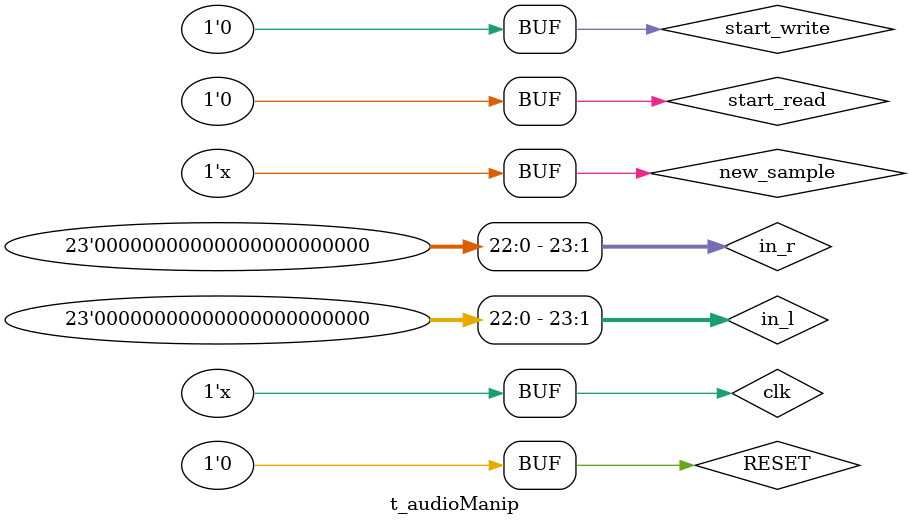
<source format=v>
`timescale 1ns / 1ps


module t_audioManip;

	// Inputs
	reg clk;
	reg start_write;
	reg start_read;
	reg new_sample;
	reg RESET;
	reg [23:0] in_l;
	reg [23:0] in_r;

	// Outputs
	wire [23:0] out_l;
	wire [23:0] out_r;
	wire writeComplete;
	wire readReady;

	// Instantiate the Unit Under Test (UUT)
	audio_manip uut (
		.clk(clk), 
		.start_write(start_write), 
		.start_read(start_read), 
		.new_sample(new_sample), 
		.RESET(RESET), 
		.in_l(in_l), 
		.in_r(in_r), 
		.out_l(out_l), 
		.out_r(out_r), 
		.writeComplete(writeComplete), 
		.readReady(readReady)
	);
	
	always begin
		#10 clk = ~clk;
	end
	
	always begin
		#10;
		new_sample = ~new_sample;
		in_l = $random;
		in_r = $random;
	end
	
	

	initial begin
		// Initialize Inputs
		clk = 0;
		start_write = 0;
		start_read = 0;
		new_sample = 0;
		RESET = 1;
		in_l = 0;
		in_r = 0;

		// Wait 100 ns for global reset to finish
		#300;
		RESET = 0;
		
		#100;
      start_write = 1;
		#400;
		start_write = 0;
		
		#300;
      start_read = 1;
		#400;
		start_read = 0;
		// Add stimulus here

	end
      
endmodule


</source>
